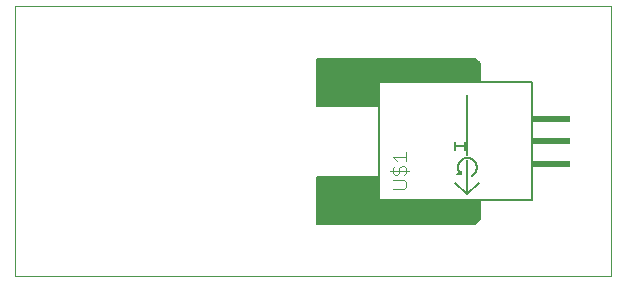
<source format=gto>
G75*
%MOIN*%
%OFA0B0*%
%FSLAX24Y24*%
%IPPOS*%
%LPD*%
%AMOC8*
5,1,8,0,0,1.08239X$1,22.5*
%
%ADD10C,0.0000*%
%ADD11C,0.0050*%
%ADD12R,0.1260X0.0236*%
%ADD13C,0.0040*%
D10*
X000180Y000180D02*
X000180Y009176D01*
X020050Y009176D01*
X020050Y000180D01*
X000180Y000180D01*
D11*
X010255Y001924D02*
X010255Y003499D01*
X012302Y003499D01*
X012302Y002711D01*
X015688Y002711D01*
X015688Y002121D01*
X015688Y002711D01*
X015688Y002082D01*
X015530Y001924D01*
X010255Y001924D01*
X010255Y001926D02*
X015532Y001926D01*
X015581Y001975D02*
X010255Y001975D01*
X010255Y002023D02*
X015629Y002023D01*
X015678Y002072D02*
X010255Y002072D01*
X010255Y002120D02*
X015688Y002120D01*
X015688Y002169D02*
X010255Y002169D01*
X010255Y002217D02*
X015688Y002217D01*
X015688Y002266D02*
X010255Y002266D01*
X010255Y002314D02*
X015688Y002314D01*
X015688Y002363D02*
X010255Y002363D01*
X010255Y002411D02*
X015688Y002411D01*
X015688Y002460D02*
X010255Y002460D01*
X010255Y002508D02*
X015688Y002508D01*
X015688Y002557D02*
X010255Y002557D01*
X010255Y002605D02*
X015688Y002605D01*
X015688Y002654D02*
X010255Y002654D01*
X010255Y002702D02*
X015688Y002702D01*
X015255Y002908D02*
X015255Y004050D01*
X015255Y004208D02*
X015255Y006215D01*
X015688Y006649D02*
X015688Y007239D01*
X015688Y006649D01*
X012302Y006649D01*
X012302Y005861D01*
X010255Y005861D01*
X010255Y007436D01*
X015530Y007436D01*
X015688Y007278D01*
X015688Y006649D01*
X015688Y006679D02*
X010255Y006679D01*
X010255Y006631D02*
X012302Y006631D01*
X012302Y006649D02*
X017420Y006649D01*
X017420Y002711D01*
X012302Y002711D01*
X012302Y006649D01*
X012302Y006582D02*
X010255Y006582D01*
X010255Y006534D02*
X012302Y006534D01*
X012302Y006485D02*
X010255Y006485D01*
X010255Y006437D02*
X012302Y006437D01*
X012302Y006388D02*
X010255Y006388D01*
X010255Y006340D02*
X012302Y006340D01*
X012302Y006291D02*
X010255Y006291D01*
X010255Y006243D02*
X012302Y006243D01*
X012302Y006194D02*
X010255Y006194D01*
X010255Y006146D02*
X012302Y006146D01*
X012302Y006097D02*
X010255Y006097D01*
X010255Y006049D02*
X012302Y006049D01*
X012302Y006000D02*
X010255Y006000D01*
X010255Y005952D02*
X012302Y005952D01*
X012302Y005903D02*
X010255Y005903D01*
X010255Y006728D02*
X015688Y006728D01*
X015688Y006776D02*
X010255Y006776D01*
X010255Y006825D02*
X015688Y006825D01*
X015688Y006873D02*
X010255Y006873D01*
X010255Y006922D02*
X015688Y006922D01*
X015688Y006970D02*
X010255Y006970D01*
X010255Y007019D02*
X015688Y007019D01*
X015688Y007067D02*
X010255Y007067D01*
X010255Y007116D02*
X015688Y007116D01*
X015688Y007164D02*
X010255Y007164D01*
X010255Y007213D02*
X015688Y007213D01*
X015688Y007261D02*
X010255Y007261D01*
X010255Y007310D02*
X015657Y007310D01*
X015608Y007358D02*
X010255Y007358D01*
X010255Y007407D02*
X015560Y007407D01*
X015176Y004641D02*
X015176Y004523D01*
X015176Y004404D01*
X015176Y004523D02*
X014861Y004523D01*
X014861Y004641D01*
X014861Y004523D02*
X014861Y004404D01*
X015057Y003577D02*
X015032Y003601D01*
X015011Y003628D01*
X014992Y003657D01*
X014976Y003688D01*
X014964Y003720D01*
X014956Y003753D01*
X014951Y003787D01*
X014950Y003822D01*
X014953Y003856D01*
X014960Y003890D01*
X014970Y003923D01*
X014984Y003955D01*
X015001Y003984D01*
X015022Y004012D01*
X015045Y004037D01*
X015071Y004060D01*
X015099Y004080D01*
X015130Y004096D01*
X015162Y004109D01*
X015195Y004118D01*
X015229Y004124D01*
X015263Y004126D01*
X015298Y004124D01*
X015332Y004118D01*
X015365Y004109D01*
X015397Y004096D01*
X015427Y004080D01*
X015455Y004060D01*
X015481Y004037D01*
X015505Y004012D01*
X015525Y003984D01*
X015542Y003954D01*
X015556Y003923D01*
X015566Y003890D01*
X015573Y003856D01*
X015576Y003822D01*
X015575Y003787D01*
X015570Y003753D01*
X015562Y003720D01*
X015550Y003687D01*
X015534Y003657D01*
X015515Y003628D01*
X015493Y003601D01*
X015469Y003577D01*
X015441Y003556D01*
X015412Y003538D01*
X015649Y003302D02*
X015255Y002908D01*
X014861Y003302D01*
X014900Y003578D02*
X015058Y003578D01*
X015058Y003696D01*
X012302Y003478D02*
X010255Y003478D01*
X010255Y003430D02*
X012302Y003430D01*
X012302Y003381D02*
X010255Y003381D01*
X010255Y003333D02*
X012302Y003333D01*
X012302Y003284D02*
X010255Y003284D01*
X010255Y003236D02*
X012302Y003236D01*
X012302Y003187D02*
X010255Y003187D01*
X010255Y003139D02*
X012302Y003139D01*
X012302Y003090D02*
X010255Y003090D01*
X010255Y003042D02*
X012302Y003042D01*
X012302Y002993D02*
X010255Y002993D01*
X010255Y002945D02*
X012302Y002945D01*
X012302Y002896D02*
X010255Y002896D01*
X010255Y002848D02*
X012302Y002848D01*
X012302Y002799D02*
X010255Y002799D01*
X010255Y002751D02*
X012302Y002751D01*
D12*
X018050Y003932D03*
X018050Y004680D03*
X018050Y005428D03*
D13*
X013304Y003700D02*
X012690Y003700D01*
X012767Y003623D02*
X012767Y003776D01*
X012843Y003853D01*
X012997Y003776D02*
X012997Y003623D01*
X012920Y003546D01*
X012843Y003546D01*
X012767Y003623D01*
X012997Y003776D02*
X013073Y003853D01*
X013150Y003853D01*
X013227Y003776D01*
X013227Y003623D01*
X013150Y003546D01*
X013150Y003393D02*
X012767Y003393D01*
X012767Y003086D02*
X013150Y003086D01*
X013227Y003163D01*
X013227Y003316D01*
X013150Y003393D01*
X013227Y004007D02*
X013227Y004314D01*
X013227Y004160D02*
X012767Y004160D01*
X012920Y004007D01*
M02*

</source>
